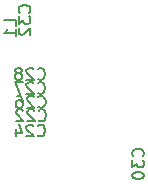
<source format=gbr>
%TF.GenerationSoftware,KiCad,Pcbnew,(5.1.6)-1*%
%TF.CreationDate,2022-05-16T14:52:33-05:00*%
%TF.ProjectId,ESP32-S2_Dev,45535033-322d-4533-925f-4465762e6b69,rev?*%
%TF.SameCoordinates,Original*%
%TF.FileFunction,Legend,Bot*%
%TF.FilePolarity,Positive*%
%FSLAX46Y46*%
G04 Gerber Fmt 4.6, Leading zero omitted, Abs format (unit mm)*
G04 Created by KiCad (PCBNEW (5.1.6)-1) date 2022-05-16 14:52:33*
%MOMM*%
%LPD*%
G01*
G04 APERTURE LIST*
%ADD10C,0.150000*%
G04 APERTURE END LIST*
%TO.C,C30*%
D10*
X120930942Y-109031942D02*
X120978561Y-108984323D01*
X121026180Y-108841466D01*
X121026180Y-108746228D01*
X120978561Y-108603371D01*
X120883323Y-108508133D01*
X120788085Y-108460514D01*
X120597609Y-108412895D01*
X120454752Y-108412895D01*
X120264276Y-108460514D01*
X120169038Y-108508133D01*
X120073800Y-108603371D01*
X120026180Y-108746228D01*
X120026180Y-108841466D01*
X120073800Y-108984323D01*
X120121419Y-109031942D01*
X120026180Y-109365276D02*
X120026180Y-109984323D01*
X120407133Y-109650990D01*
X120407133Y-109793847D01*
X120454752Y-109889085D01*
X120502371Y-109936704D01*
X120597609Y-109984323D01*
X120835704Y-109984323D01*
X120930942Y-109936704D01*
X120978561Y-109889085D01*
X121026180Y-109793847D01*
X121026180Y-109508133D01*
X120978561Y-109412895D01*
X120930942Y-109365276D01*
X120026180Y-110603371D02*
X120026180Y-110698609D01*
X120073800Y-110793847D01*
X120121419Y-110841466D01*
X120216657Y-110889085D01*
X120407133Y-110936704D01*
X120645228Y-110936704D01*
X120835704Y-110889085D01*
X120930942Y-110841466D01*
X120978561Y-110793847D01*
X121026180Y-110698609D01*
X121026180Y-110603371D01*
X120978561Y-110508133D01*
X120930942Y-110460514D01*
X120835704Y-110412895D01*
X120645228Y-110365276D01*
X120407133Y-110365276D01*
X120216657Y-110412895D01*
X120121419Y-110460514D01*
X120073800Y-110508133D01*
X120026180Y-110603371D01*
%TO.C,L1*%
X110205780Y-98004333D02*
X110205780Y-97528142D01*
X109205780Y-97528142D01*
X110205780Y-98861476D02*
X110205780Y-98290047D01*
X110205780Y-98575761D02*
X109205780Y-98575761D01*
X109348638Y-98480523D01*
X109443876Y-98385285D01*
X109491495Y-98290047D01*
%TO.C,C32*%
X111304342Y-96865342D02*
X111351961Y-96817723D01*
X111399580Y-96674866D01*
X111399580Y-96579628D01*
X111351961Y-96436771D01*
X111256723Y-96341533D01*
X111161485Y-96293914D01*
X110971009Y-96246295D01*
X110828152Y-96246295D01*
X110637676Y-96293914D01*
X110542438Y-96341533D01*
X110447200Y-96436771D01*
X110399580Y-96579628D01*
X110399580Y-96674866D01*
X110447200Y-96817723D01*
X110494819Y-96865342D01*
X110399580Y-97198676D02*
X110399580Y-97817723D01*
X110780533Y-97484390D01*
X110780533Y-97627247D01*
X110828152Y-97722485D01*
X110875771Y-97770104D01*
X110971009Y-97817723D01*
X111209104Y-97817723D01*
X111304342Y-97770104D01*
X111351961Y-97722485D01*
X111399580Y-97627247D01*
X111399580Y-97341533D01*
X111351961Y-97246295D01*
X111304342Y-97198676D01*
X110494819Y-98198676D02*
X110447200Y-98246295D01*
X110399580Y-98341533D01*
X110399580Y-98579628D01*
X110447200Y-98674866D01*
X110494819Y-98722485D01*
X110590057Y-98770104D01*
X110685295Y-98770104D01*
X110828152Y-98722485D01*
X111399580Y-98151057D01*
X111399580Y-98770104D01*
%TO.C,C28*%
X112021857Y-102465142D02*
X112069476Y-102512761D01*
X112212333Y-102560380D01*
X112307571Y-102560380D01*
X112450428Y-102512761D01*
X112545666Y-102417523D01*
X112593285Y-102322285D01*
X112640904Y-102131809D01*
X112640904Y-101988952D01*
X112593285Y-101798476D01*
X112545666Y-101703238D01*
X112450428Y-101608000D01*
X112307571Y-101560380D01*
X112212333Y-101560380D01*
X112069476Y-101608000D01*
X112021857Y-101655619D01*
X111640904Y-101655619D02*
X111593285Y-101608000D01*
X111498047Y-101560380D01*
X111259952Y-101560380D01*
X111164714Y-101608000D01*
X111117095Y-101655619D01*
X111069476Y-101750857D01*
X111069476Y-101846095D01*
X111117095Y-101988952D01*
X111688523Y-102560380D01*
X111069476Y-102560380D01*
X110498047Y-101988952D02*
X110593285Y-101941333D01*
X110640904Y-101893714D01*
X110688523Y-101798476D01*
X110688523Y-101750857D01*
X110640904Y-101655619D01*
X110593285Y-101608000D01*
X110498047Y-101560380D01*
X110307571Y-101560380D01*
X110212333Y-101608000D01*
X110164714Y-101655619D01*
X110117095Y-101750857D01*
X110117095Y-101798476D01*
X110164714Y-101893714D01*
X110212333Y-101941333D01*
X110307571Y-101988952D01*
X110498047Y-101988952D01*
X110593285Y-102036571D01*
X110640904Y-102084190D01*
X110688523Y-102179428D01*
X110688523Y-102369904D01*
X110640904Y-102465142D01*
X110593285Y-102512761D01*
X110498047Y-102560380D01*
X110307571Y-102560380D01*
X110212333Y-102512761D01*
X110164714Y-102465142D01*
X110117095Y-102369904D01*
X110117095Y-102179428D01*
X110164714Y-102084190D01*
X110212333Y-102036571D01*
X110307571Y-101988952D01*
%TO.C,C27*%
X112021857Y-103658942D02*
X112069476Y-103706561D01*
X112212333Y-103754180D01*
X112307571Y-103754180D01*
X112450428Y-103706561D01*
X112545666Y-103611323D01*
X112593285Y-103516085D01*
X112640904Y-103325609D01*
X112640904Y-103182752D01*
X112593285Y-102992276D01*
X112545666Y-102897038D01*
X112450428Y-102801800D01*
X112307571Y-102754180D01*
X112212333Y-102754180D01*
X112069476Y-102801800D01*
X112021857Y-102849419D01*
X111640904Y-102849419D02*
X111593285Y-102801800D01*
X111498047Y-102754180D01*
X111259952Y-102754180D01*
X111164714Y-102801800D01*
X111117095Y-102849419D01*
X111069476Y-102944657D01*
X111069476Y-103039895D01*
X111117095Y-103182752D01*
X111688523Y-103754180D01*
X111069476Y-103754180D01*
X110736142Y-102754180D02*
X110069476Y-102754180D01*
X110498047Y-103754180D01*
%TO.C,C26*%
X112072657Y-104827342D02*
X112120276Y-104874961D01*
X112263133Y-104922580D01*
X112358371Y-104922580D01*
X112501228Y-104874961D01*
X112596466Y-104779723D01*
X112644085Y-104684485D01*
X112691704Y-104494009D01*
X112691704Y-104351152D01*
X112644085Y-104160676D01*
X112596466Y-104065438D01*
X112501228Y-103970200D01*
X112358371Y-103922580D01*
X112263133Y-103922580D01*
X112120276Y-103970200D01*
X112072657Y-104017819D01*
X111691704Y-104017819D02*
X111644085Y-103970200D01*
X111548847Y-103922580D01*
X111310752Y-103922580D01*
X111215514Y-103970200D01*
X111167895Y-104017819D01*
X111120276Y-104113057D01*
X111120276Y-104208295D01*
X111167895Y-104351152D01*
X111739323Y-104922580D01*
X111120276Y-104922580D01*
X110263133Y-103922580D02*
X110453609Y-103922580D01*
X110548847Y-103970200D01*
X110596466Y-104017819D01*
X110691704Y-104160676D01*
X110739323Y-104351152D01*
X110739323Y-104732104D01*
X110691704Y-104827342D01*
X110644085Y-104874961D01*
X110548847Y-104922580D01*
X110358371Y-104922580D01*
X110263133Y-104874961D01*
X110215514Y-104827342D01*
X110167895Y-104732104D01*
X110167895Y-104494009D01*
X110215514Y-104398771D01*
X110263133Y-104351152D01*
X110358371Y-104303533D01*
X110548847Y-104303533D01*
X110644085Y-104351152D01*
X110691704Y-104398771D01*
X110739323Y-104494009D01*
%TO.C,C24*%
X112021857Y-107265742D02*
X112069476Y-107313361D01*
X112212333Y-107360980D01*
X112307571Y-107360980D01*
X112450428Y-107313361D01*
X112545666Y-107218123D01*
X112593285Y-107122885D01*
X112640904Y-106932409D01*
X112640904Y-106789552D01*
X112593285Y-106599076D01*
X112545666Y-106503838D01*
X112450428Y-106408600D01*
X112307571Y-106360980D01*
X112212333Y-106360980D01*
X112069476Y-106408600D01*
X112021857Y-106456219D01*
X111640904Y-106456219D02*
X111593285Y-106408600D01*
X111498047Y-106360980D01*
X111259952Y-106360980D01*
X111164714Y-106408600D01*
X111117095Y-106456219D01*
X111069476Y-106551457D01*
X111069476Y-106646695D01*
X111117095Y-106789552D01*
X111688523Y-107360980D01*
X111069476Y-107360980D01*
X110212333Y-106694314D02*
X110212333Y-107360980D01*
X110450428Y-106313361D02*
X110688523Y-107027647D01*
X110069476Y-107027647D01*
%TO.C,C22*%
X112098057Y-105970342D02*
X112145676Y-106017961D01*
X112288533Y-106065580D01*
X112383771Y-106065580D01*
X112526628Y-106017961D01*
X112621866Y-105922723D01*
X112669485Y-105827485D01*
X112717104Y-105637009D01*
X112717104Y-105494152D01*
X112669485Y-105303676D01*
X112621866Y-105208438D01*
X112526628Y-105113200D01*
X112383771Y-105065580D01*
X112288533Y-105065580D01*
X112145676Y-105113200D01*
X112098057Y-105160819D01*
X111717104Y-105160819D02*
X111669485Y-105113200D01*
X111574247Y-105065580D01*
X111336152Y-105065580D01*
X111240914Y-105113200D01*
X111193295Y-105160819D01*
X111145676Y-105256057D01*
X111145676Y-105351295D01*
X111193295Y-105494152D01*
X111764723Y-106065580D01*
X111145676Y-106065580D01*
X110764723Y-105160819D02*
X110717104Y-105113200D01*
X110621866Y-105065580D01*
X110383771Y-105065580D01*
X110288533Y-105113200D01*
X110240914Y-105160819D01*
X110193295Y-105256057D01*
X110193295Y-105351295D01*
X110240914Y-105494152D01*
X110812342Y-106065580D01*
X110193295Y-106065580D01*
%TD*%
M02*

</source>
